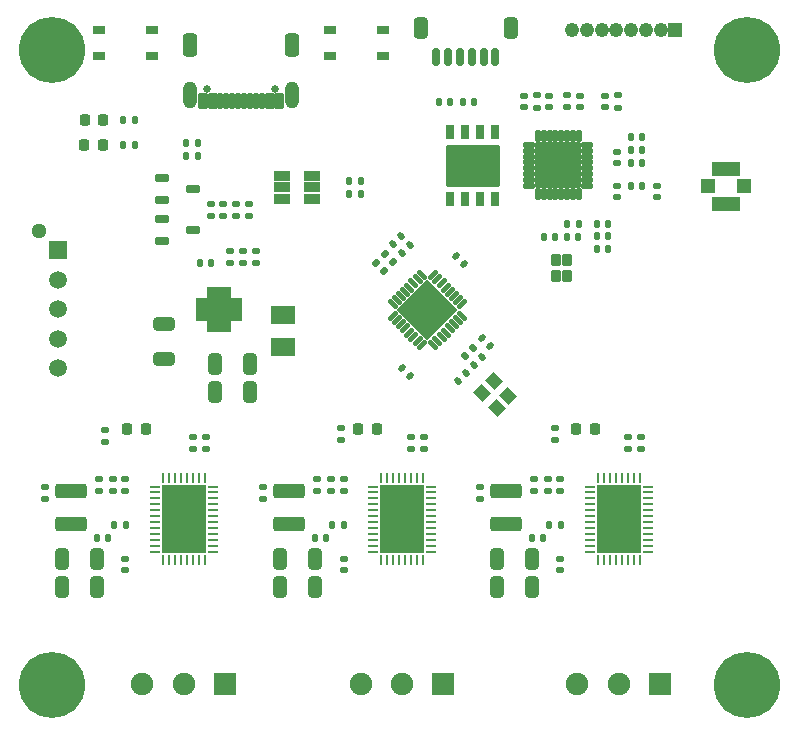
<source format=gbr>
%TF.GenerationSoftware,KiCad,Pcbnew,8.0.3*%
%TF.CreationDate,2024-09-21T15:41:29+02:00*%
%TF.ProjectId,POV_Motor_crtl,504f565f-4d6f-4746-9f72-5f6372746c2e,rev?*%
%TF.SameCoordinates,Original*%
%TF.FileFunction,Soldermask,Top*%
%TF.FilePolarity,Negative*%
%FSLAX46Y46*%
G04 Gerber Fmt 4.6, Leading zero omitted, Abs format (unit mm)*
G04 Created by KiCad (PCBNEW 8.0.3) date 2024-09-21 15:41:29*
%MOMM*%
%LPD*%
G01*
G04 APERTURE LIST*
G04 Aperture macros list*
%AMRoundRect*
0 Rectangle with rounded corners*
0 $1 Rounding radius*
0 $2 $3 $4 $5 $6 $7 $8 $9 X,Y pos of 4 corners*
0 Add a 4 corners polygon primitive as box body*
4,1,4,$2,$3,$4,$5,$6,$7,$8,$9,$2,$3,0*
0 Add four circle primitives for the rounded corners*
1,1,$1+$1,$2,$3*
1,1,$1+$1,$4,$5*
1,1,$1+$1,$6,$7*
1,1,$1+$1,$8,$9*
0 Add four rect primitives between the rounded corners*
20,1,$1+$1,$2,$3,$4,$5,0*
20,1,$1+$1,$4,$5,$6,$7,0*
20,1,$1+$1,$6,$7,$8,$9,0*
20,1,$1+$1,$8,$9,$2,$3,0*%
%AMRotRect*
0 Rectangle, with rotation*
0 The origin of the aperture is its center*
0 $1 length*
0 $2 width*
0 $3 Rotation angle, in degrees counterclockwise*
0 Add horizontal line*
21,1,$1,$2,0,0,$3*%
G04 Aperture macros list end*
%ADD10RoundRect,0.102000X0.350000X0.375000X-0.350000X0.375000X-0.350000X-0.375000X0.350000X-0.375000X0*%
%ADD11RoundRect,0.140000X0.140000X0.170000X-0.140000X0.170000X-0.140000X-0.170000X0.140000X-0.170000X0*%
%ADD12RoundRect,0.250000X0.325000X0.650000X-0.325000X0.650000X-0.325000X-0.650000X0.325000X-0.650000X0*%
%ADD13RoundRect,0.135000X0.185000X-0.135000X0.185000X0.135000X-0.185000X0.135000X-0.185000X-0.135000X0*%
%ADD14C,5.600000*%
%ADD15RoundRect,0.080500X0.241500X-0.541500X0.241500X0.541500X-0.241500X0.541500X-0.241500X-0.541500X0*%
%ADD16RoundRect,0.102000X2.150000X-1.700000X2.150000X1.700000X-2.150000X1.700000X-2.150000X-1.700000X0*%
%ADD17RoundRect,0.135000X0.135000X0.185000X-0.135000X0.185000X-0.135000X-0.185000X0.135000X-0.185000X0*%
%ADD18RoundRect,0.140000X-0.170000X0.140000X-0.170000X-0.140000X0.170000X-0.140000X0.170000X0.140000X0*%
%ADD19RoundRect,0.135000X-0.185000X0.135000X-0.185000X-0.135000X0.185000X-0.135000X0.185000X0.135000X0*%
%ADD20RoundRect,0.250000X1.075000X-0.375000X1.075000X0.375000X-1.075000X0.375000X-1.075000X-0.375000X0*%
%ADD21RoundRect,0.140000X0.170000X-0.140000X0.170000X0.140000X-0.170000X0.140000X-0.170000X-0.140000X0*%
%ADD22RoundRect,0.056750X0.456437X-0.215668X-0.215668X0.456437X-0.456437X0.215668X0.215668X-0.456437X0*%
%ADD23RoundRect,0.056750X0.456437X0.215668X0.215668X0.456437X-0.456437X-0.215668X-0.215668X-0.456437X0*%
%ADD24RoundRect,0.102000X2.474874X0.000000X0.000000X2.474874X-2.474874X0.000000X0.000000X-2.474874X0*%
%ADD25RoundRect,0.162500X-0.447500X-0.162500X0.447500X-0.162500X0.447500X0.162500X-0.447500X0.162500X0*%
%ADD26R,1.905000X1.905000*%
%ADD27C,1.905000*%
%ADD28RoundRect,0.300000X0.300000X0.600000X-0.300000X0.600000X-0.300000X-0.600000X0.300000X-0.600000X0*%
%ADD29RoundRect,0.150000X0.150000X0.625000X-0.150000X0.625000X-0.150000X-0.625000X0.150000X-0.625000X0*%
%ADD30RoundRect,0.218750X0.218750X0.256250X-0.218750X0.256250X-0.218750X-0.256250X0.218750X-0.256250X0*%
%ADD31RoundRect,0.140000X-0.140000X-0.170000X0.140000X-0.170000X0.140000X0.170000X-0.140000X0.170000X0*%
%ADD32RoundRect,0.218750X-0.218750X-0.256250X0.218750X-0.256250X0.218750X0.256250X-0.218750X0.256250X0*%
%ADD33RoundRect,0.250000X-0.650000X0.325000X-0.650000X-0.325000X0.650000X-0.325000X0.650000X0.325000X0*%
%ADD34RoundRect,0.135000X0.226274X0.035355X0.035355X0.226274X-0.226274X-0.035355X-0.035355X-0.226274X0*%
%ADD35RoundRect,0.076200X0.529000X0.529000X-0.529000X0.529000X-0.529000X-0.529000X0.529000X-0.529000X0*%
%ADD36C,1.210400*%
%ADD37RotRect,1.150000X1.000000X315.000000*%
%ADD38RoundRect,0.140000X-0.219203X-0.021213X-0.021213X-0.219203X0.219203X0.021213X0.021213X0.219203X0*%
%ADD39RoundRect,0.058000X0.474000X0.174000X-0.474000X0.174000X-0.474000X-0.174000X0.474000X-0.174000X0*%
%ADD40RoundRect,0.058000X0.174000X0.474000X-0.174000X0.474000X-0.174000X-0.474000X0.174000X-0.474000X0*%
%ADD41RoundRect,0.102000X0.840000X0.840000X-0.840000X0.840000X-0.840000X-0.840000X0.840000X-0.840000X0*%
%ADD42RoundRect,0.140000X0.021213X-0.219203X0.219203X-0.021213X-0.021213X0.219203X-0.219203X0.021213X0*%
%ADD43R,0.812800X0.254000*%
%ADD44R,0.254000X0.812800*%
%ADD45R,3.810000X5.791200*%
%ADD46RoundRect,0.135000X-0.135000X-0.185000X0.135000X-0.185000X0.135000X0.185000X-0.135000X0.185000X0*%
%ADD47R,2.000000X1.500000*%
%ADD48R,0.990600X0.711200*%
%ADD49RoundRect,0.147500X-0.147500X-0.172500X0.147500X-0.172500X0.147500X0.172500X-0.147500X0.172500X0*%
%ADD50RoundRect,0.055580X0.651420X0.341420X-0.651420X0.341420X-0.651420X-0.341420X0.651420X-0.341420X0*%
%ADD51RoundRect,0.059250X0.447750X0.177750X-0.447750X0.177750X-0.447750X-0.177750X0.447750X-0.177750X0*%
%ADD52RoundRect,0.059250X0.177750X0.447750X-0.177750X0.447750X-0.177750X-0.447750X0.177750X-0.447750X0*%
%ADD53RoundRect,0.102000X1.850000X1.850000X-1.850000X1.850000X-1.850000X-1.850000X1.850000X-1.850000X0*%
%ADD54RoundRect,0.140000X0.219203X0.021213X0.021213X0.219203X-0.219203X-0.021213X-0.021213X-0.219203X0*%
%ADD55C,1.295400*%
%ADD56R,1.498600X1.498600*%
%ADD57C,1.498600*%
%ADD58RoundRect,0.102000X0.525000X-0.500000X0.525000X0.500000X-0.525000X0.500000X-0.525000X-0.500000X0*%
%ADD59RoundRect,0.102000X1.100000X-0.525000X1.100000X0.525000X-1.100000X0.525000X-1.100000X-0.525000X0*%
%ADD60C,0.650000*%
%ADD61RoundRect,0.102000X0.300000X0.575000X-0.300000X0.575000X-0.300000X-0.575000X0.300000X-0.575000X0*%
%ADD62RoundRect,0.102000X0.150000X0.575000X-0.150000X0.575000X-0.150000X-0.575000X0.150000X-0.575000X0*%
%ADD63O,1.204000X2.304000*%
%ADD64RoundRect,0.301000X0.301000X0.701000X-0.301000X0.701000X-0.301000X-0.701000X0.301000X-0.701000X0*%
%ADD65RoundRect,0.140000X-0.021213X0.219203X-0.219203X0.021213X0.021213X-0.219203X0.219203X-0.021213X0*%
%ADD66RoundRect,0.135000X-0.035355X0.226274X-0.226274X0.035355X0.035355X-0.226274X0.226274X-0.035355X0*%
G04 APERTURE END LIST*
D10*
%TO.C,X201*%
X75722040Y-108261841D03*
X75722040Y-106911841D03*
X74722042Y-106911841D03*
X74722042Y-108261841D03*
%TD*%
D11*
%TO.C,C302*%
X36844000Y-130424200D03*
X35884000Y-130424200D03*
%TD*%
D12*
%TO.C,C308*%
X35883200Y-132176800D03*
X32933200Y-132176800D03*
%TD*%
D13*
%TO.C,R302*%
X44009400Y-122882400D03*
X44009400Y-121862400D03*
%TD*%
%TO.C,R408*%
X47675800Y-103125999D03*
X47675800Y-102106001D03*
%TD*%
D14*
%TO.C,REF\u002A\u002A*%
X32100000Y-89100000D03*
%TD*%
D15*
%TO.C,U201*%
X65798640Y-101745040D03*
X67068640Y-101745040D03*
X68338640Y-101745040D03*
X69608640Y-101745040D03*
X69608640Y-96055040D03*
X68338640Y-96055040D03*
X67068640Y-96055040D03*
X65798640Y-96055040D03*
D16*
X67703640Y-98900040D03*
%TD*%
D17*
%TO.C,R401*%
X39117999Y-94997200D03*
X38098001Y-94997200D03*
%TD*%
D13*
%TO.C,R503*%
X81931400Y-122882399D03*
X81931400Y-121862401D03*
%TD*%
D18*
%TO.C,C503*%
X75124200Y-132204800D03*
X75124200Y-133164800D03*
%TD*%
D19*
%TO.C,R406*%
X45542200Y-102108001D03*
X45542200Y-103127999D03*
%TD*%
D20*
%TO.C,L601*%
X52176800Y-129233400D03*
X52176800Y-126433400D03*
%TD*%
D21*
%TO.C,C206*%
X72072441Y-93944440D03*
X72072441Y-92984440D03*
%TD*%
D22*
%TO.C,U204*%
X64365368Y-114084242D03*
X64718922Y-113730688D03*
X65072475Y-113377135D03*
X65426028Y-113023582D03*
X65779582Y-112670028D03*
X66133135Y-112316475D03*
X66486688Y-111962922D03*
X66840242Y-111609368D03*
D23*
X66840242Y-110640632D03*
X66486688Y-110287078D03*
X66133135Y-109933525D03*
X65779582Y-109579972D03*
X65426028Y-109226418D03*
X65072475Y-108872865D03*
X64718922Y-108519312D03*
X64365368Y-108165758D03*
D22*
X63396632Y-108165758D03*
X63043078Y-108519312D03*
X62689525Y-108872865D03*
X62335972Y-109226418D03*
X61982418Y-109579972D03*
X61628865Y-109933525D03*
X61275312Y-110287078D03*
X60921758Y-110640632D03*
D23*
X60921758Y-111609368D03*
X61275312Y-111962922D03*
X61628865Y-112316475D03*
X61982418Y-112670028D03*
X62335972Y-113023582D03*
X62689525Y-113377135D03*
X63043078Y-113730688D03*
X63396632Y-114084242D03*
D24*
X63881000Y-111125000D03*
%TD*%
D25*
%TO.C,Q401*%
X41412801Y-99913400D03*
X41412801Y-101813400D03*
X44032800Y-100863400D03*
%TD*%
D18*
%TO.C,C605*%
X56774200Y-125451000D03*
X56774200Y-126411000D03*
%TD*%
D11*
%TO.C,C301*%
X38317200Y-129306600D03*
X37357200Y-129306600D03*
%TD*%
D21*
%TO.C,C207*%
X76784200Y-93926600D03*
X76784200Y-92966600D03*
%TD*%
D26*
%TO.C,M501*%
X83577200Y-142743200D03*
D27*
X80077200Y-142743200D03*
X76577200Y-142743200D03*
%TD*%
D28*
%TO.C,J203*%
X70940200Y-87208000D03*
X63340200Y-87208000D03*
D29*
X64640199Y-89733000D03*
X65640200Y-89733000D03*
X66640200Y-89733000D03*
X67640200Y-89733000D03*
X68640200Y-89732999D03*
X69640200Y-89733000D03*
%TD*%
D13*
%TO.C,R409*%
X48742601Y-103125999D03*
X48742601Y-102106001D03*
%TD*%
D18*
%TO.C,C211*%
X79921040Y-100629840D03*
X79921040Y-101589840D03*
%TD*%
D21*
%TO.C,C607*%
X54539000Y-126408400D03*
X54539000Y-125448400D03*
%TD*%
D26*
%TO.C,M601*%
X65227201Y-142743200D03*
D27*
X61727200Y-142743200D03*
X58227200Y-142743200D03*
%TD*%
D30*
%TO.C,D301*%
X40055901Y-121183400D03*
X38480899Y-121183400D03*
%TD*%
D31*
%TO.C,C202*%
X66852800Y-93522800D03*
X67812800Y-93522800D03*
%TD*%
D32*
%TO.C,D401*%
X34848699Y-94996000D03*
X36423701Y-94996000D03*
%TD*%
D31*
%TO.C,C204*%
X78221840Y-103827639D03*
X79181840Y-103827639D03*
%TD*%
D18*
%TO.C,C606*%
X55707400Y-125448400D03*
X55707400Y-126408400D03*
%TD*%
D13*
%TO.C,R304*%
X36550600Y-122328399D03*
X36550600Y-121308401D03*
%TD*%
D33*
%TO.C,C401*%
X41579800Y-112342399D03*
X41579800Y-115292401D03*
%TD*%
D34*
%TO.C,R203*%
X60975166Y-107081282D03*
X60253918Y-106360034D03*
%TD*%
D21*
%TO.C,C215*%
X78930440Y-93944440D03*
X78930440Y-92984440D03*
%TD*%
D13*
%TO.C,R603*%
X63581400Y-122882400D03*
X63581400Y-121862400D03*
%TD*%
D12*
%TO.C,C304*%
X35883200Y-134564400D03*
X32933200Y-134564400D03*
%TD*%
D18*
%TO.C,C212*%
X83299240Y-100629840D03*
X83299240Y-101589840D03*
%TD*%
D19*
%TO.C,R404*%
X48260000Y-106142601D03*
X48260000Y-107162599D03*
%TD*%
D11*
%TO.C,C213*%
X76667241Y-104919840D03*
X75707241Y-104919840D03*
%TD*%
D13*
%TO.C,R301*%
X31461800Y-127124200D03*
X31461800Y-126104200D03*
%TD*%
D19*
%TO.C,R402*%
X49352200Y-106144601D03*
X49352200Y-107164599D03*
%TD*%
D35*
%TO.C,J202*%
X84867600Y-87383200D03*
D36*
X83617600Y-87383200D03*
X82367600Y-87383200D03*
X81117600Y-87383200D03*
X79867600Y-87383200D03*
X78617600Y-87383200D03*
X77367600Y-87383200D03*
X76117600Y-87383200D03*
%TD*%
D37*
%TO.C,X202*%
X68514671Y-118149540D03*
X69752108Y-119386977D03*
X70742057Y-118397028D03*
X69504620Y-117159591D03*
%TD*%
D38*
%TO.C,C223*%
X68480730Y-113497626D03*
X69159552Y-114176448D03*
%TD*%
D11*
%TO.C,C602*%
X55323800Y-130424200D03*
X54363800Y-130424200D03*
%TD*%
D13*
%TO.C,R504*%
X74701400Y-122099799D03*
X74701400Y-121079801D03*
%TD*%
D12*
%TO.C,C604*%
X54363000Y-134564400D03*
X51413000Y-134564400D03*
%TD*%
D18*
%TO.C,C506*%
X75124200Y-125451000D03*
X75124200Y-126411000D03*
%TD*%
D39*
%TO.C,U401*%
X47663000Y-111824200D03*
X47663000Y-111324200D03*
X47663000Y-110824200D03*
X47663000Y-110324200D03*
D40*
X46978000Y-109639200D03*
X46478000Y-109639200D03*
X45978000Y-109639200D03*
X45478000Y-109639200D03*
D39*
X44793000Y-110324200D03*
X44793000Y-110824200D03*
X44793000Y-111324200D03*
X44793000Y-111824200D03*
D40*
X45478000Y-112509200D03*
X45978000Y-112509200D03*
X46478000Y-112509200D03*
X46978000Y-112509200D03*
D41*
X46228000Y-111074200D03*
%TD*%
D11*
%TO.C,C201*%
X65806200Y-93522800D03*
X64846200Y-93522800D03*
%TD*%
D42*
%TO.C,C219*%
X61727577Y-106273823D03*
X62406399Y-105595001D03*
%TD*%
D12*
%TO.C,C404*%
X48846001Y-118059200D03*
X45895999Y-118059200D03*
%TD*%
D13*
%TO.C,R601*%
X49941600Y-127124200D03*
X49941600Y-126104200D03*
%TD*%
%TO.C,R303*%
X45101600Y-122882400D03*
X45101600Y-121862400D03*
%TD*%
D26*
%TO.C,M301*%
X46747401Y-142743200D03*
D27*
X43247400Y-142743200D03*
X39747400Y-142743200D03*
%TD*%
D31*
%TO.C,C214*%
X73751439Y-104919840D03*
X74711439Y-104919840D03*
%TD*%
D43*
%TO.C,U601*%
X59288800Y-126065814D03*
X59288800Y-126565940D03*
X59288800Y-127066066D03*
X59288800Y-127566192D03*
X59288800Y-128066318D03*
X59288800Y-128566444D03*
X59288800Y-129066570D03*
X59288800Y-129566696D03*
X59288800Y-130066822D03*
X59288800Y-130566948D03*
X59288800Y-131067074D03*
X59288800Y-131567200D03*
D44*
X59989459Y-132270907D03*
X60489585Y-132270907D03*
X60989711Y-132270907D03*
X61489837Y-132270907D03*
X61989963Y-132270907D03*
X62490089Y-132270907D03*
X62990215Y-132270907D03*
X63490341Y-132270907D03*
D43*
X64191000Y-131567200D03*
X64191000Y-131067074D03*
X64191000Y-130566948D03*
X64191000Y-130066822D03*
X64191000Y-129566696D03*
X64191000Y-129066570D03*
X64191000Y-128566444D03*
X64191000Y-128066318D03*
X64191000Y-127566192D03*
X64191000Y-127066066D03*
X64191000Y-126565940D03*
X64191000Y-126065814D03*
D44*
X63490341Y-125362107D03*
X62990215Y-125362107D03*
X62490089Y-125362107D03*
X61989963Y-125362107D03*
X61489837Y-125362107D03*
X60989711Y-125362107D03*
X60489585Y-125362107D03*
X59989459Y-125362107D03*
D45*
X61739900Y-128816507D03*
%TD*%
D46*
%TO.C,R209*%
X43457400Y-96951800D03*
X44477400Y-96951800D03*
%TD*%
D18*
%TO.C,C303*%
X38294400Y-132204800D03*
X38294400Y-133164800D03*
%TD*%
D43*
%TO.C,U501*%
X77638800Y-126065814D03*
X77638800Y-126565940D03*
X77638800Y-127066066D03*
X77638800Y-127566192D03*
X77638800Y-128066318D03*
X77638800Y-128566444D03*
X77638800Y-129066570D03*
X77638800Y-129566696D03*
X77638800Y-130066822D03*
X77638800Y-130566948D03*
X77638800Y-131067074D03*
X77638800Y-131567200D03*
D44*
X78339459Y-132270907D03*
X78839585Y-132270907D03*
X79339711Y-132270907D03*
X79839837Y-132270907D03*
X80339963Y-132270907D03*
X80840089Y-132270907D03*
X81340215Y-132270907D03*
X81840341Y-132270907D03*
D43*
X82541000Y-131567200D03*
X82541000Y-131067074D03*
X82541000Y-130566948D03*
X82541000Y-130066822D03*
X82541000Y-129566696D03*
X82541000Y-129066570D03*
X82541000Y-128566444D03*
X82541000Y-128066318D03*
X82541000Y-127566192D03*
X82541000Y-127066066D03*
X82541000Y-126565940D03*
X82541000Y-126065814D03*
D44*
X81840341Y-125362107D03*
X81340215Y-125362107D03*
X80840089Y-125362107D03*
X80339963Y-125362107D03*
X79839837Y-125362107D03*
X79339711Y-125362107D03*
X78839585Y-125362107D03*
X78339459Y-125362107D03*
D45*
X80089900Y-128816507D03*
%TD*%
D21*
%TO.C,C216*%
X74206041Y-93944440D03*
X74206041Y-92984440D03*
%TD*%
D47*
%TO.C,L401*%
X51612800Y-111526800D03*
X51612800Y-114226800D03*
%TD*%
D11*
%TO.C,C210*%
X82077440Y-96512439D03*
X81117440Y-96512439D03*
%TD*%
D38*
%TO.C,C218*%
X66325468Y-106564868D03*
X67004290Y-107243690D03*
%TD*%
D48*
%TO.C,SW201*%
X40550001Y-89574999D03*
X40550001Y-87425001D03*
X36049999Y-89574999D03*
X36049999Y-87425001D03*
%TD*%
D18*
%TO.C,C603*%
X56774200Y-132204800D03*
X56774200Y-133164800D03*
%TD*%
D13*
%TO.C,R210*%
X73139240Y-93974439D03*
X73139240Y-92954441D03*
%TD*%
%TO.C,R602*%
X62489200Y-122882400D03*
X62489200Y-121862400D03*
%TD*%
D21*
%TO.C,C508*%
X72889000Y-126408400D03*
X72889000Y-125448400D03*
%TD*%
D31*
%TO.C,C203*%
X78221840Y-105961240D03*
X79181840Y-105961240D03*
%TD*%
%TO.C,C205*%
X78221840Y-104894440D03*
X79181840Y-104894440D03*
%TD*%
D13*
%TO.C,R604*%
X56591200Y-122099800D03*
X56591200Y-121079800D03*
%TD*%
D32*
%TO.C,D402*%
X34841500Y-97155000D03*
X36416502Y-97155000D03*
%TD*%
D17*
%TO.C,R207*%
X58264399Y-101269800D03*
X57244401Y-101269800D03*
%TD*%
D13*
%TO.C,R502*%
X80839200Y-122882399D03*
X80839200Y-121862401D03*
%TD*%
D46*
%TO.C,R208*%
X43454600Y-98036800D03*
X44474600Y-98036800D03*
%TD*%
D11*
%TO.C,C502*%
X73673800Y-130424200D03*
X72713800Y-130424200D03*
%TD*%
D14*
%TO.C,REF\u002A\u002A*%
X90900000Y-142900000D03*
%TD*%
D31*
%TO.C,C402*%
X44630400Y-107111801D03*
X45590400Y-107111801D03*
%TD*%
D18*
%TO.C,C305*%
X38294400Y-125451000D03*
X38294400Y-126411000D03*
%TD*%
D49*
%TO.C,L202*%
X81112441Y-100627240D03*
X82082441Y-100627240D03*
%TD*%
D50*
%TO.C,U203*%
X54081800Y-101686399D03*
X54081800Y-100736400D03*
X54081800Y-99786401D03*
X51571800Y-99786401D03*
X51571800Y-100736400D03*
X51571800Y-101686399D03*
%TD*%
D30*
%TO.C,D601*%
X59588501Y-121234200D03*
X58013499Y-121234200D03*
%TD*%
D51*
%TO.C,U202*%
X77418040Y-100624639D03*
X77418040Y-100124640D03*
X77418041Y-99624640D03*
X77418040Y-99124640D03*
X77418040Y-98624640D03*
X77418041Y-98124640D03*
X77418040Y-97624640D03*
X77418040Y-97124641D03*
D52*
X76718039Y-96424640D03*
X76218040Y-96424640D03*
X75718040Y-96424639D03*
X75218040Y-96424640D03*
X74718040Y-96424640D03*
X74218040Y-96424639D03*
X73718040Y-96424640D03*
X73218041Y-96424640D03*
D51*
X72518040Y-97124641D03*
X72518040Y-97624640D03*
X72518039Y-98124640D03*
X72518040Y-98624640D03*
X72518040Y-99124640D03*
X72518039Y-99624640D03*
X72518040Y-100124640D03*
X72518040Y-100624639D03*
D52*
X73218041Y-101324640D03*
X73718040Y-101324640D03*
X74218040Y-101324641D03*
X74718040Y-101324640D03*
X75218040Y-101324640D03*
X75718040Y-101324641D03*
X76218040Y-101324640D03*
X76718039Y-101324640D03*
D53*
X74968040Y-98874640D03*
%TD*%
D13*
%TO.C,R405*%
X47167800Y-107162599D03*
X47167800Y-106142601D03*
%TD*%
%TO.C,R205*%
X79997240Y-93974439D03*
X79997240Y-92954441D03*
%TD*%
D54*
%TO.C,C217*%
X62442320Y-116690920D03*
X61763498Y-116012098D03*
%TD*%
D55*
%TO.C,J402*%
X30988201Y-104470401D03*
D56*
X32588200Y-106070400D03*
D57*
X32588200Y-108570400D03*
X32588200Y-111070400D03*
X32588200Y-113570400D03*
X32588200Y-116070400D03*
%TD*%
D11*
%TO.C,C209*%
X82077441Y-97579240D03*
X81117441Y-97579240D03*
%TD*%
D13*
%TO.C,R501*%
X68291600Y-127124199D03*
X68291600Y-126104201D03*
%TD*%
D25*
%TO.C,Q402*%
X41412801Y-103387299D03*
X41412801Y-105287299D03*
X44032800Y-104337299D03*
%TD*%
D12*
%TO.C,C403*%
X48846001Y-115697000D03*
X45895999Y-115697000D03*
%TD*%
D34*
%TO.C,R202*%
X60203024Y-107853424D03*
X59481776Y-107132176D03*
%TD*%
D12*
%TO.C,C505*%
X72713001Y-132176800D03*
X69762999Y-132176800D03*
%TD*%
D11*
%TO.C,C501*%
X75147000Y-129306600D03*
X74187000Y-129306600D03*
%TD*%
D12*
%TO.C,C504*%
X72713001Y-134564400D03*
X69762999Y-134564400D03*
%TD*%
D21*
%TO.C,C208*%
X79921040Y-98668840D03*
X79921040Y-97708840D03*
%TD*%
D43*
%TO.C,U301*%
X40809000Y-126065814D03*
X40809000Y-126565940D03*
X40809000Y-127066066D03*
X40809000Y-127566192D03*
X40809000Y-128066318D03*
X40809000Y-128566444D03*
X40809000Y-129066570D03*
X40809000Y-129566696D03*
X40809000Y-130066822D03*
X40809000Y-130566948D03*
X40809000Y-131067074D03*
X40809000Y-131567200D03*
D44*
X41509659Y-132270907D03*
X42009785Y-132270907D03*
X42509911Y-132270907D03*
X43010037Y-132270907D03*
X43510163Y-132270907D03*
X44010289Y-132270907D03*
X44510415Y-132270907D03*
X45010541Y-132270907D03*
D43*
X45711200Y-131567200D03*
X45711200Y-131067074D03*
X45711200Y-130566948D03*
X45711200Y-130066822D03*
X45711200Y-129566696D03*
X45711200Y-129066570D03*
X45711200Y-128566444D03*
X45711200Y-128066318D03*
X45711200Y-127566192D03*
X45711200Y-127066066D03*
X45711200Y-126565940D03*
X45711200Y-126065814D03*
D44*
X45010541Y-125362107D03*
X44510415Y-125362107D03*
X44010289Y-125362107D03*
X43510163Y-125362107D03*
X43010037Y-125362107D03*
X42509911Y-125362107D03*
X42009785Y-125362107D03*
X41509659Y-125362107D03*
D45*
X43260100Y-128816507D03*
%TD*%
D14*
%TO.C,REF\u002A\u002A*%
X32100000Y-142900000D03*
%TD*%
D42*
%TO.C,C221*%
X66449212Y-117158035D03*
X67128034Y-116479213D03*
%TD*%
D21*
%TO.C,C307*%
X36059200Y-126408400D03*
X36059200Y-125448400D03*
%TD*%
D12*
%TO.C,C608*%
X54363000Y-132176800D03*
X51413000Y-132176800D03*
%TD*%
D58*
%TO.C,J204*%
X87611700Y-100634800D03*
D59*
X89136700Y-102109801D03*
D58*
X90661700Y-100634800D03*
D59*
X89136700Y-99159799D03*
%TD*%
D60*
%TO.C,J201*%
X50997601Y-92376800D03*
X45217599Y-92376800D03*
D61*
X51307600Y-93451800D03*
X50507600Y-93451800D03*
D62*
X49357600Y-93451800D03*
X48357600Y-93451800D03*
X47857600Y-93451800D03*
X46857600Y-93451800D03*
D61*
X45707600Y-93451800D03*
X44907600Y-93451800D03*
D62*
X46357600Y-93451800D03*
X47357600Y-93451800D03*
X48857600Y-93451800D03*
X49857600Y-93451800D03*
D63*
X52427600Y-92876800D03*
X43787600Y-92876800D03*
D64*
X52427600Y-88696800D03*
X43787600Y-88696800D03*
%TD*%
D18*
%TO.C,C507*%
X74057400Y-125448400D03*
X74057400Y-126408400D03*
%TD*%
D65*
%TO.C,C222*%
X68510994Y-115096253D03*
X67832172Y-115775075D03*
%TD*%
D17*
%TO.C,R206*%
X58264399Y-100177600D03*
X57244401Y-100177600D03*
%TD*%
D11*
%TO.C,C601*%
X56797000Y-129306600D03*
X55837000Y-129306600D03*
%TD*%
D20*
%TO.C,L501*%
X70526800Y-129233399D03*
X70526800Y-126433401D03*
%TD*%
D18*
%TO.C,C306*%
X37227600Y-125448400D03*
X37227600Y-126408400D03*
%TD*%
D17*
%TO.C,R403*%
X39117999Y-97155000D03*
X38098001Y-97155000D03*
%TD*%
D42*
%TO.C,C220*%
X60973236Y-105519481D03*
X61652058Y-104840659D03*
%TD*%
D49*
%TO.C,L201*%
X81112440Y-98646039D03*
X82082440Y-98646039D03*
%TD*%
D66*
%TO.C,R211*%
X67759905Y-114302737D03*
X67038657Y-115023985D03*
%TD*%
D14*
%TO.C,REF\u002A\u002A*%
X90900000Y-89100000D03*
%TD*%
D17*
%TO.C,R204*%
X76697239Y-103853040D03*
X75677241Y-103853040D03*
%TD*%
D13*
%TO.C,R201*%
X75704640Y-93949039D03*
X75704640Y-92929041D03*
%TD*%
D19*
%TO.C,R407*%
X46608999Y-102106001D03*
X46608999Y-103125999D03*
%TD*%
D20*
%TO.C,L301*%
X33697000Y-129233400D03*
X33697000Y-126433400D03*
%TD*%
D48*
%TO.C,SW202*%
X60150001Y-89574999D03*
X60150001Y-87425001D03*
X55649999Y-89574999D03*
X55649999Y-87425001D03*
%TD*%
D30*
%TO.C,D501*%
X78054301Y-121234200D03*
X76479299Y-121234200D03*
%TD*%
M02*

</source>
